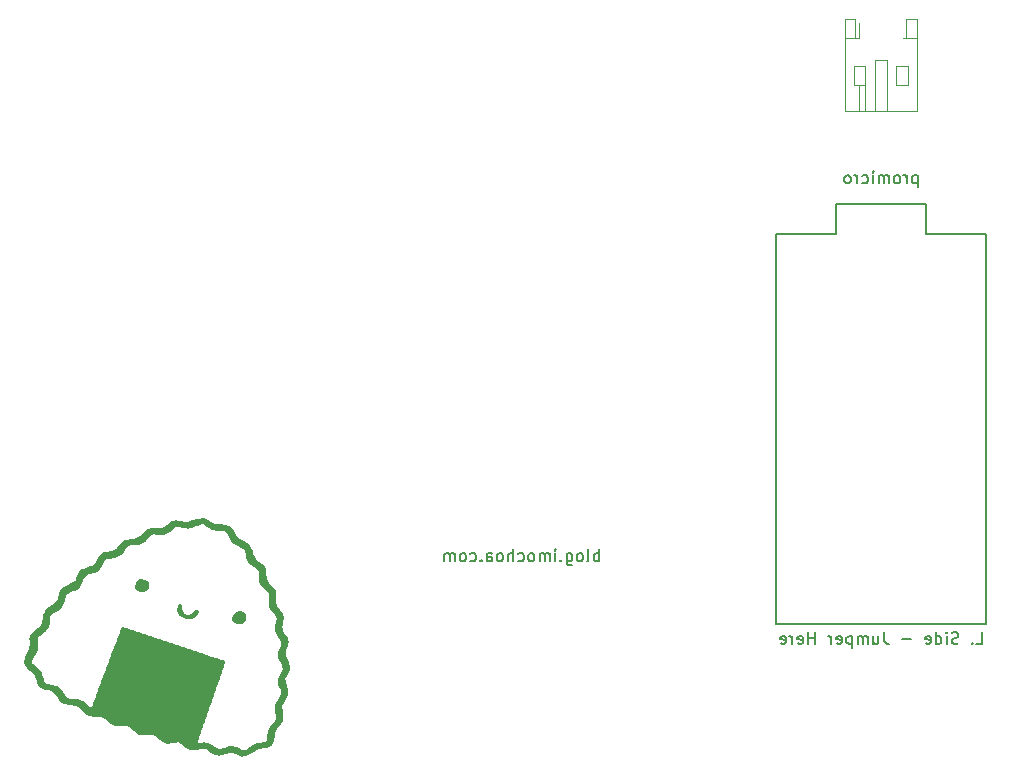
<source format=gbr>
%TF.GenerationSoftware,KiCad,Pcbnew,9.0.5*%
%TF.CreationDate,2025-10-18T21:30:00+02:00*%
%TF.ProjectId,shield-pcb,73686965-6c64-42d7-9063-622e6b696361,1.2*%
%TF.SameCoordinates,Original*%
%TF.FileFunction,Legend,Bot*%
%TF.FilePolarity,Positive*%
%FSLAX46Y46*%
G04 Gerber Fmt 4.6, Leading zero omitted, Abs format (unit mm)*
G04 Created by KiCad (PCBNEW 9.0.5) date 2025-10-18 21:30:00*
%MOMM*%
%LPD*%
G01*
G04 APERTURE LIST*
%ADD10C,0.150000*%
%ADD11C,0.000000*%
%ADD12C,0.120000*%
G04 APERTURE END LIST*
D10*
X216268592Y-144949425D02*
X216268592Y-143949425D01*
X216268592Y-144330377D02*
X216173354Y-144282758D01*
X216173354Y-144282758D02*
X215982878Y-144282758D01*
X215982878Y-144282758D02*
X215887640Y-144330377D01*
X215887640Y-144330377D02*
X215840021Y-144377996D01*
X215840021Y-144377996D02*
X215792402Y-144473234D01*
X215792402Y-144473234D02*
X215792402Y-144758948D01*
X215792402Y-144758948D02*
X215840021Y-144854186D01*
X215840021Y-144854186D02*
X215887640Y-144901806D01*
X215887640Y-144901806D02*
X215982878Y-144949425D01*
X215982878Y-144949425D02*
X216173354Y-144949425D01*
X216173354Y-144949425D02*
X216268592Y-144901806D01*
X215220973Y-144949425D02*
X215316211Y-144901806D01*
X215316211Y-144901806D02*
X215363830Y-144806567D01*
X215363830Y-144806567D02*
X215363830Y-143949425D01*
X214697163Y-144949425D02*
X214792401Y-144901806D01*
X214792401Y-144901806D02*
X214840020Y-144854186D01*
X214840020Y-144854186D02*
X214887639Y-144758948D01*
X214887639Y-144758948D02*
X214887639Y-144473234D01*
X214887639Y-144473234D02*
X214840020Y-144377996D01*
X214840020Y-144377996D02*
X214792401Y-144330377D01*
X214792401Y-144330377D02*
X214697163Y-144282758D01*
X214697163Y-144282758D02*
X214554306Y-144282758D01*
X214554306Y-144282758D02*
X214459068Y-144330377D01*
X214459068Y-144330377D02*
X214411449Y-144377996D01*
X214411449Y-144377996D02*
X214363830Y-144473234D01*
X214363830Y-144473234D02*
X214363830Y-144758948D01*
X214363830Y-144758948D02*
X214411449Y-144854186D01*
X214411449Y-144854186D02*
X214459068Y-144901806D01*
X214459068Y-144901806D02*
X214554306Y-144949425D01*
X214554306Y-144949425D02*
X214697163Y-144949425D01*
X213506687Y-144282758D02*
X213506687Y-145092282D01*
X213506687Y-145092282D02*
X213554306Y-145187520D01*
X213554306Y-145187520D02*
X213601925Y-145235139D01*
X213601925Y-145235139D02*
X213697163Y-145282758D01*
X213697163Y-145282758D02*
X213840020Y-145282758D01*
X213840020Y-145282758D02*
X213935258Y-145235139D01*
X213506687Y-144901806D02*
X213601925Y-144949425D01*
X213601925Y-144949425D02*
X213792401Y-144949425D01*
X213792401Y-144949425D02*
X213887639Y-144901806D01*
X213887639Y-144901806D02*
X213935258Y-144854186D01*
X213935258Y-144854186D02*
X213982877Y-144758948D01*
X213982877Y-144758948D02*
X213982877Y-144473234D01*
X213982877Y-144473234D02*
X213935258Y-144377996D01*
X213935258Y-144377996D02*
X213887639Y-144330377D01*
X213887639Y-144330377D02*
X213792401Y-144282758D01*
X213792401Y-144282758D02*
X213601925Y-144282758D01*
X213601925Y-144282758D02*
X213506687Y-144330377D01*
X213030496Y-144854186D02*
X212982877Y-144901806D01*
X212982877Y-144901806D02*
X213030496Y-144949425D01*
X213030496Y-144949425D02*
X213078115Y-144901806D01*
X213078115Y-144901806D02*
X213030496Y-144854186D01*
X213030496Y-144854186D02*
X213030496Y-144949425D01*
X212554306Y-144949425D02*
X212554306Y-144282758D01*
X212554306Y-143949425D02*
X212601925Y-143997044D01*
X212601925Y-143997044D02*
X212554306Y-144044663D01*
X212554306Y-144044663D02*
X212506687Y-143997044D01*
X212506687Y-143997044D02*
X212554306Y-143949425D01*
X212554306Y-143949425D02*
X212554306Y-144044663D01*
X212078116Y-144949425D02*
X212078116Y-144282758D01*
X212078116Y-144377996D02*
X212030497Y-144330377D01*
X212030497Y-144330377D02*
X211935259Y-144282758D01*
X211935259Y-144282758D02*
X211792402Y-144282758D01*
X211792402Y-144282758D02*
X211697164Y-144330377D01*
X211697164Y-144330377D02*
X211649545Y-144425615D01*
X211649545Y-144425615D02*
X211649545Y-144949425D01*
X211649545Y-144425615D02*
X211601926Y-144330377D01*
X211601926Y-144330377D02*
X211506688Y-144282758D01*
X211506688Y-144282758D02*
X211363831Y-144282758D01*
X211363831Y-144282758D02*
X211268592Y-144330377D01*
X211268592Y-144330377D02*
X211220973Y-144425615D01*
X211220973Y-144425615D02*
X211220973Y-144949425D01*
X210601926Y-144949425D02*
X210697164Y-144901806D01*
X210697164Y-144901806D02*
X210744783Y-144854186D01*
X210744783Y-144854186D02*
X210792402Y-144758948D01*
X210792402Y-144758948D02*
X210792402Y-144473234D01*
X210792402Y-144473234D02*
X210744783Y-144377996D01*
X210744783Y-144377996D02*
X210697164Y-144330377D01*
X210697164Y-144330377D02*
X210601926Y-144282758D01*
X210601926Y-144282758D02*
X210459069Y-144282758D01*
X210459069Y-144282758D02*
X210363831Y-144330377D01*
X210363831Y-144330377D02*
X210316212Y-144377996D01*
X210316212Y-144377996D02*
X210268593Y-144473234D01*
X210268593Y-144473234D02*
X210268593Y-144758948D01*
X210268593Y-144758948D02*
X210316212Y-144854186D01*
X210316212Y-144854186D02*
X210363831Y-144901806D01*
X210363831Y-144901806D02*
X210459069Y-144949425D01*
X210459069Y-144949425D02*
X210601926Y-144949425D01*
X209411450Y-144901806D02*
X209506688Y-144949425D01*
X209506688Y-144949425D02*
X209697164Y-144949425D01*
X209697164Y-144949425D02*
X209792402Y-144901806D01*
X209792402Y-144901806D02*
X209840021Y-144854186D01*
X209840021Y-144854186D02*
X209887640Y-144758948D01*
X209887640Y-144758948D02*
X209887640Y-144473234D01*
X209887640Y-144473234D02*
X209840021Y-144377996D01*
X209840021Y-144377996D02*
X209792402Y-144330377D01*
X209792402Y-144330377D02*
X209697164Y-144282758D01*
X209697164Y-144282758D02*
X209506688Y-144282758D01*
X209506688Y-144282758D02*
X209411450Y-144330377D01*
X208982878Y-144949425D02*
X208982878Y-143949425D01*
X208554307Y-144949425D02*
X208554307Y-144425615D01*
X208554307Y-144425615D02*
X208601926Y-144330377D01*
X208601926Y-144330377D02*
X208697164Y-144282758D01*
X208697164Y-144282758D02*
X208840021Y-144282758D01*
X208840021Y-144282758D02*
X208935259Y-144330377D01*
X208935259Y-144330377D02*
X208982878Y-144377996D01*
X207935259Y-144949425D02*
X208030497Y-144901806D01*
X208030497Y-144901806D02*
X208078116Y-144854186D01*
X208078116Y-144854186D02*
X208125735Y-144758948D01*
X208125735Y-144758948D02*
X208125735Y-144473234D01*
X208125735Y-144473234D02*
X208078116Y-144377996D01*
X208078116Y-144377996D02*
X208030497Y-144330377D01*
X208030497Y-144330377D02*
X207935259Y-144282758D01*
X207935259Y-144282758D02*
X207792402Y-144282758D01*
X207792402Y-144282758D02*
X207697164Y-144330377D01*
X207697164Y-144330377D02*
X207649545Y-144377996D01*
X207649545Y-144377996D02*
X207601926Y-144473234D01*
X207601926Y-144473234D02*
X207601926Y-144758948D01*
X207601926Y-144758948D02*
X207649545Y-144854186D01*
X207649545Y-144854186D02*
X207697164Y-144901806D01*
X207697164Y-144901806D02*
X207792402Y-144949425D01*
X207792402Y-144949425D02*
X207935259Y-144949425D01*
X206744783Y-144949425D02*
X206744783Y-144425615D01*
X206744783Y-144425615D02*
X206792402Y-144330377D01*
X206792402Y-144330377D02*
X206887640Y-144282758D01*
X206887640Y-144282758D02*
X207078116Y-144282758D01*
X207078116Y-144282758D02*
X207173354Y-144330377D01*
X206744783Y-144901806D02*
X206840021Y-144949425D01*
X206840021Y-144949425D02*
X207078116Y-144949425D01*
X207078116Y-144949425D02*
X207173354Y-144901806D01*
X207173354Y-144901806D02*
X207220973Y-144806567D01*
X207220973Y-144806567D02*
X207220973Y-144711329D01*
X207220973Y-144711329D02*
X207173354Y-144616091D01*
X207173354Y-144616091D02*
X207078116Y-144568472D01*
X207078116Y-144568472D02*
X206840021Y-144568472D01*
X206840021Y-144568472D02*
X206744783Y-144520853D01*
X206268592Y-144854186D02*
X206220973Y-144901806D01*
X206220973Y-144901806D02*
X206268592Y-144949425D01*
X206268592Y-144949425D02*
X206316211Y-144901806D01*
X206316211Y-144901806D02*
X206268592Y-144854186D01*
X206268592Y-144854186D02*
X206268592Y-144949425D01*
X205363831Y-144901806D02*
X205459069Y-144949425D01*
X205459069Y-144949425D02*
X205649545Y-144949425D01*
X205649545Y-144949425D02*
X205744783Y-144901806D01*
X205744783Y-144901806D02*
X205792402Y-144854186D01*
X205792402Y-144854186D02*
X205840021Y-144758948D01*
X205840021Y-144758948D02*
X205840021Y-144473234D01*
X205840021Y-144473234D02*
X205792402Y-144377996D01*
X205792402Y-144377996D02*
X205744783Y-144330377D01*
X205744783Y-144330377D02*
X205649545Y-144282758D01*
X205649545Y-144282758D02*
X205459069Y-144282758D01*
X205459069Y-144282758D02*
X205363831Y-144330377D01*
X204792402Y-144949425D02*
X204887640Y-144901806D01*
X204887640Y-144901806D02*
X204935259Y-144854186D01*
X204935259Y-144854186D02*
X204982878Y-144758948D01*
X204982878Y-144758948D02*
X204982878Y-144473234D01*
X204982878Y-144473234D02*
X204935259Y-144377996D01*
X204935259Y-144377996D02*
X204887640Y-144330377D01*
X204887640Y-144330377D02*
X204792402Y-144282758D01*
X204792402Y-144282758D02*
X204649545Y-144282758D01*
X204649545Y-144282758D02*
X204554307Y-144330377D01*
X204554307Y-144330377D02*
X204506688Y-144377996D01*
X204506688Y-144377996D02*
X204459069Y-144473234D01*
X204459069Y-144473234D02*
X204459069Y-144758948D01*
X204459069Y-144758948D02*
X204506688Y-144854186D01*
X204506688Y-144854186D02*
X204554307Y-144901806D01*
X204554307Y-144901806D02*
X204649545Y-144949425D01*
X204649545Y-144949425D02*
X204792402Y-144949425D01*
X204030497Y-144949425D02*
X204030497Y-144282758D01*
X204030497Y-144377996D02*
X203982878Y-144330377D01*
X203982878Y-144330377D02*
X203887640Y-144282758D01*
X203887640Y-144282758D02*
X203744783Y-144282758D01*
X203744783Y-144282758D02*
X203649545Y-144330377D01*
X203649545Y-144330377D02*
X203601926Y-144425615D01*
X203601926Y-144425615D02*
X203601926Y-144949425D01*
X203601926Y-144425615D02*
X203554307Y-144330377D01*
X203554307Y-144330377D02*
X203459069Y-144282758D01*
X203459069Y-144282758D02*
X203316212Y-144282758D01*
X203316212Y-144282758D02*
X203220973Y-144330377D01*
X203220973Y-144330377D02*
X203173354Y-144425615D01*
X203173354Y-144425615D02*
X203173354Y-144949425D01*
D11*
G36*
X182811341Y-141304908D02*
G01*
X182974606Y-141368995D01*
X183132020Y-141445009D01*
X183285541Y-141529025D01*
X183431847Y-141624490D01*
X183582393Y-141712760D01*
X183747370Y-141771261D01*
X183918913Y-141805130D01*
X184092920Y-141822407D01*
X184267535Y-141829133D01*
X184750272Y-142587872D01*
X184343577Y-141831247D01*
X184517974Y-141844888D01*
X184689492Y-141878011D01*
X184856155Y-141931379D01*
X185017005Y-141999406D01*
X185158104Y-142101720D01*
X185268721Y-142237767D01*
X185360832Y-142385804D01*
X185446671Y-142538835D01*
X185531302Y-142691717D01*
X185620323Y-142842489D01*
X185723383Y-142983551D01*
X185856761Y-143095817D01*
X186012041Y-143176801D01*
X186171669Y-143249028D01*
X186329835Y-143323682D01*
X186484593Y-143405000D01*
X186628929Y-143503846D01*
X186742959Y-143635477D01*
X186822732Y-143791083D01*
X186882846Y-143955359D01*
X186929103Y-144124208D01*
X186963228Y-144295520D01*
X187017349Y-144461825D01*
X187097011Y-144617327D01*
X187201981Y-144757090D01*
X187327848Y-144878387D01*
X187467210Y-144983737D01*
X187612444Y-145082452D01*
X187754501Y-145182218D01*
X187879909Y-145305014D01*
X187988068Y-145441420D01*
X188043910Y-145606274D01*
X188068984Y-145779829D01*
X188085789Y-145953999D01*
X188100174Y-146128452D01*
X188113883Y-146302994D01*
X188140539Y-146475345D01*
X188203913Y-146638339D01*
X188305721Y-146780241D01*
X188427890Y-146905101D01*
X188558430Y-147022034D01*
X188685686Y-147141707D01*
X188801052Y-147273181D01*
X188887649Y-147424432D01*
X188929559Y-147594253D01*
X188935755Y-147768818D01*
X188924631Y-147943292D01*
X188907844Y-148117960D01*
X188898788Y-148292459D01*
X188908371Y-148466681D01*
X188952426Y-148635967D01*
X189034924Y-148790197D01*
X189140239Y-148929312D01*
X189255102Y-149061445D01*
X189366051Y-149196736D01*
X189469631Y-149337834D01*
X189532614Y-149500222D01*
X189556403Y-149673725D01*
X189554578Y-149848383D01*
X189534604Y-150022135D01*
X189500925Y-150193606D01*
X189468021Y-150365995D01*
X189452123Y-150540145D01*
X189472421Y-150713166D01*
X189536613Y-150875821D01*
X189625684Y-151026092D01*
X189722852Y-151171569D01*
X189816067Y-151319410D01*
X189898538Y-151474040D01*
X189955682Y-151638726D01*
X189969724Y-151812687D01*
X189942783Y-151985655D01*
X189893957Y-152153577D01*
X189835949Y-152318914D01*
X189779606Y-152484203D01*
X189734249Y-152653107D01*
X189715816Y-152826676D01*
X189745858Y-152998330D01*
X189816935Y-153158355D01*
X189898761Y-153313072D01*
X189968456Y-153473785D01*
X190027004Y-153638199D01*
X190073584Y-153807270D01*
X190094290Y-153980118D01*
X190058049Y-154151252D01*
X190001389Y-154316509D01*
X189933319Y-154477955D01*
X189856126Y-154634653D01*
X189774703Y-154789769D01*
X189707771Y-154950790D01*
X189722484Y-155122572D01*
X189768725Y-155291296D01*
X189821638Y-155458057D01*
X189874978Y-155624814D01*
X189921095Y-155793877D01*
X189951102Y-155965912D01*
X189950785Y-156140517D01*
X189910826Y-156310913D01*
X189841091Y-156470878D01*
X189755632Y-156623620D01*
X189663203Y-156772071D01*
X189567647Y-156918912D01*
X189480781Y-157070393D01*
X189432826Y-157238098D01*
X189438362Y-157412720D01*
X189464178Y-157585590D01*
X189494054Y-157757920D01*
X189521248Y-157930828D01*
X189539824Y-158105110D01*
X189538235Y-158279550D01*
X189497851Y-158449265D01*
X189414111Y-158602818D01*
X189306348Y-158740379D01*
X189189316Y-158870089D01*
X189070016Y-158998263D01*
X188958908Y-159133203D01*
X188871496Y-159284308D01*
X188823396Y-159452461D01*
X188802078Y-159626342D01*
X188788822Y-159800561D01*
X188765377Y-159973864D01*
X188728485Y-160145311D01*
X188676179Y-160311822D01*
X188600572Y-160469245D01*
X188478509Y-160592723D01*
X188323184Y-160673430D01*
X188157136Y-160726931D01*
X187986140Y-160763801D01*
X187812656Y-160789933D01*
X187639459Y-160813335D01*
X187466960Y-160844066D01*
X187303679Y-160904962D01*
X187156368Y-160999009D01*
X187014367Y-161101580D01*
X186872393Y-161203248D01*
X186726325Y-161299544D01*
X186572842Y-161383942D01*
X186408808Y-161445046D01*
X186237238Y-161476873D01*
X186062759Y-161485174D01*
X185893778Y-161441606D01*
X185731122Y-161376267D01*
X185570043Y-161307691D01*
X185408829Y-161240777D01*
X185243364Y-161183628D01*
X185070266Y-161162275D01*
X184897791Y-161188479D01*
X184728483Y-161234197D01*
X184560819Y-161283851D01*
X184392589Y-161330528D01*
X184222219Y-161371851D01*
X184049886Y-161402698D01*
X183876482Y-161394747D01*
X183716428Y-161324484D01*
X183562295Y-161242075D01*
X183410874Y-161154355D01*
X183261693Y-161063404D01*
X183115075Y-160967773D01*
X182964548Y-160878201D01*
X182800799Y-160819155D01*
X182626475Y-160820744D01*
X182455014Y-160855369D01*
X182284796Y-160896747D01*
X182114430Y-160936074D01*
X181942249Y-160967455D01*
X181767959Y-160971913D01*
X181600418Y-160923721D01*
X181442900Y-160847323D01*
X181296203Y-160751429D01*
X181158705Y-160643358D01*
X181028077Y-160527509D01*
X180893579Y-160415735D01*
X180743237Y-160326227D01*
X180573894Y-160287694D01*
X180398943Y-160297172D01*
X180227208Y-160327760D01*
X180055391Y-160363697D01*
X179882321Y-160388718D01*
X179707866Y-160391194D01*
X179536500Y-160358416D01*
X179376309Y-160288576D01*
X179229302Y-160193392D01*
X179092338Y-160084894D01*
X178960709Y-159969012D01*
X178828843Y-159853744D01*
X178690238Y-159747499D01*
X178534877Y-159670859D01*
X178360279Y-159660987D01*
X178185429Y-159667803D01*
X178011431Y-159682714D01*
X177836673Y-159693984D01*
X177661564Y-159696762D01*
X177487177Y-159682802D01*
X177322886Y-159623827D01*
X177171298Y-159537540D01*
X177028671Y-159435986D01*
X176894051Y-159324050D01*
X176766887Y-159204068D01*
X176639854Y-159083547D01*
X176494316Y-158987633D01*
X176327932Y-158935719D01*
X176153319Y-158922341D01*
X175978771Y-158928503D01*
X175803720Y-158934602D01*
X175628730Y-158929321D01*
X175454953Y-158911106D01*
X175283644Y-158876417D01*
X175119161Y-158817108D01*
X174975043Y-158718150D01*
X174841507Y-158605301D01*
X174713719Y-158485133D01*
X174583330Y-158369307D01*
X174434833Y-158277103D01*
X174272905Y-158211178D01*
X174107107Y-158154358D01*
X173936028Y-158117876D01*
X173761462Y-158112419D01*
X173586397Y-158116804D01*
X173411600Y-158109038D01*
X173238611Y-158086409D01*
X173069001Y-158043478D01*
X172911604Y-157968956D01*
X172782178Y-157851073D01*
X172661823Y-157724469D01*
X172542627Y-157595939D01*
X172422132Y-157469491D01*
X172288701Y-157356391D01*
X172130769Y-157281717D01*
X171965769Y-157223311D01*
X171797768Y-157174788D01*
X171626145Y-157142098D01*
X171451983Y-157125931D01*
X171277570Y-157107101D01*
X171106549Y-157071949D01*
X170940624Y-157015713D01*
X170787613Y-156932223D01*
X170661768Y-156811709D01*
X170556319Y-156671771D01*
X170458715Y-156526562D01*
X170363634Y-156379884D01*
X170263509Y-156236300D01*
X170149325Y-156103832D01*
X170006302Y-156004007D01*
X169844014Y-155939766D01*
X169676361Y-155889346D01*
X169506410Y-155846344D01*
X169334899Y-155812221D01*
X169165211Y-155771530D01*
X169006122Y-155698891D01*
X168877596Y-155582015D01*
X168782587Y-155435370D01*
X168708680Y-155276657D01*
X168645878Y-155113173D01*
X168589099Y-154947925D01*
X168535340Y-154780990D01*
X168470387Y-154619420D01*
X168364815Y-154479869D01*
X168240581Y-154356773D01*
X168108738Y-154241696D01*
X167978778Y-154124399D01*
X167858901Y-153997265D01*
X167750460Y-153860347D01*
X167656727Y-153712316D01*
X167587203Y-153552138D01*
X167580355Y-153379373D01*
X167587433Y-153355595D01*
X168229094Y-153355595D01*
X168230679Y-153523615D01*
X168358047Y-153643370D01*
X168491116Y-153757400D01*
X168625348Y-153869524D01*
X168757102Y-153985117D01*
X168880735Y-154108430D01*
X168989270Y-154245427D01*
X169075034Y-154398176D01*
X169138512Y-154561031D01*
X169187879Y-154728897D01*
X169229944Y-154898637D01*
X169286431Y-155063749D01*
X169379668Y-155211122D01*
X169508999Y-155326404D01*
X169677676Y-155370777D01*
X169849826Y-155402323D01*
X170021565Y-155437693D01*
X170191195Y-155481219D01*
X170356068Y-155538489D01*
X170511914Y-155617336D01*
X170651573Y-155722824D01*
X170770804Y-155850258D01*
X170874591Y-155991891D01*
X170968977Y-156138634D01*
X171066397Y-156284373D01*
X171172350Y-156423443D01*
X171301123Y-156541326D01*
X171467757Y-156587649D01*
X171642298Y-156600676D01*
X171817155Y-156605267D01*
X171991477Y-156613281D01*
X172164801Y-156638517D01*
X172333004Y-156686288D01*
X172497498Y-156745974D01*
X172652972Y-156825567D01*
X172786278Y-156938595D01*
X172906134Y-157065772D01*
X173022308Y-157196944D01*
X173137483Y-157328453D01*
X173253561Y-157411026D01*
X173317200Y-157248277D01*
X173379758Y-157084664D01*
X173441903Y-156921049D01*
X173503933Y-156757144D01*
X173565649Y-156593677D01*
X173627515Y-156429529D01*
X173689143Y-156265794D01*
X173750534Y-156102512D01*
X173812165Y-155938446D01*
X173873716Y-155774466D01*
X173935129Y-155610747D01*
X173996617Y-155446734D01*
X174057909Y-155283157D01*
X174119343Y-155119124D01*
X174180728Y-154955152D01*
X174242089Y-154791181D01*
X174303152Y-154627140D01*
X174364082Y-154463367D01*
X174425206Y-154299231D01*
X174486381Y-154135110D01*
X174547459Y-153971395D01*
X174608673Y-153807456D01*
X174670038Y-153643254D01*
X174731171Y-153479815D01*
X174792601Y-153315720D01*
X174854062Y-153151687D01*
X174915431Y-152988047D01*
X174976865Y-152824385D01*
X175038404Y-152660606D01*
X175100244Y-152496205D01*
X175161891Y-152332514D01*
X175223440Y-152169311D01*
X175285387Y-152005339D01*
X175347398Y-151841575D01*
X175409494Y-151678189D01*
X175472260Y-151514455D01*
X175535390Y-151351422D01*
X175598502Y-151188140D01*
X175661525Y-151024994D01*
X175724594Y-150861907D01*
X175787915Y-150698548D01*
X175847808Y-150533993D01*
X175975616Y-150510828D01*
X176141525Y-150566608D01*
X176307207Y-150622311D01*
X176473324Y-150678161D01*
X176638872Y-150733820D01*
X176804999Y-150789673D01*
X176970473Y-150845755D01*
X177136521Y-150902045D01*
X177301844Y-150958091D01*
X177468081Y-151014449D01*
X177633395Y-151070494D01*
X177799437Y-151126786D01*
X177965130Y-151182955D01*
X178130749Y-151239092D01*
X178296518Y-151295267D01*
X178462064Y-151351346D01*
X178627938Y-151407505D01*
X178793731Y-151463584D01*
X178959790Y-151519669D01*
X179125224Y-151575410D01*
X179291571Y-151631246D01*
X179457446Y-151686607D01*
X179623564Y-151741649D01*
X179790005Y-151796402D01*
X179956049Y-151851263D01*
X180121955Y-151906389D01*
X180288143Y-151961767D01*
X180454129Y-152017177D01*
X180619737Y-152072532D01*
X180785616Y-152128033D01*
X180952047Y-152183763D01*
X181117657Y-152239256D01*
X181283744Y-152294941D01*
X181449486Y-152350539D01*
X181615308Y-152406191D01*
X181781163Y-152462046D01*
X181946884Y-152518258D01*
X182112875Y-152574312D01*
X182278836Y-152630141D01*
X182444611Y-152685719D01*
X182610688Y-152741230D01*
X182776865Y-152796619D01*
X182942746Y-152851765D01*
X183108740Y-152906812D01*
X183275106Y-152961848D01*
X183441451Y-153016740D01*
X183607269Y-153071313D01*
X183773831Y-153125958D01*
X183939990Y-153179921D01*
X184106859Y-153233829D01*
X184272967Y-153289140D01*
X184438157Y-153346454D01*
X184601177Y-153408751D01*
X184593431Y-153560193D01*
X184539115Y-153726379D01*
X184483556Y-153892580D01*
X184427601Y-154058143D01*
X184371156Y-154224002D01*
X184314517Y-154389609D01*
X184257712Y-154555068D01*
X184200718Y-154720567D01*
X184143715Y-154885660D01*
X184086421Y-155051220D01*
X184028958Y-155216936D01*
X183971671Y-155381846D01*
X183914102Y-155547290D01*
X183856278Y-155712686D01*
X183798452Y-155877191D01*
X183740365Y-156042506D01*
X183682262Y-156207940D01*
X183624409Y-156372735D01*
X183566409Y-156538029D01*
X183508525Y-156703079D01*
X183450587Y-156868381D01*
X183392858Y-157033196D01*
X183335008Y-157198486D01*
X183277207Y-157363800D01*
X183219403Y-157529345D01*
X183162002Y-157694068D01*
X183104564Y-157859543D01*
X183048925Y-158025596D01*
X182992839Y-158191247D01*
X182934931Y-158356693D01*
X182876567Y-158521759D01*
X182818172Y-158686069D01*
X182759220Y-158851457D01*
X182700579Y-159015689D01*
X182641564Y-159180817D01*
X182582913Y-159345861D01*
X182524532Y-159510940D01*
X182466693Y-159675883D01*
X182409761Y-159841019D01*
X182354537Y-160007544D01*
X182305579Y-160175131D01*
X182316370Y-160343310D01*
X182480241Y-160339767D01*
X182653238Y-160312405D01*
X182827009Y-160295134D01*
X183001737Y-160303673D01*
X183171020Y-160347287D01*
X183330168Y-160419022D01*
X183480910Y-160507913D01*
X183625676Y-160606127D01*
X183768384Y-160707605D01*
X183915504Y-160802686D01*
X184071565Y-160880985D01*
X184242588Y-160850641D01*
X184409517Y-160797296D01*
X184573314Y-160736406D01*
X184737893Y-160677634D01*
X184906628Y-160631258D01*
X185080097Y-160607491D01*
X185254472Y-160615370D01*
X185425251Y-160653189D01*
X185590367Y-160711060D01*
X185750916Y-160780159D01*
X185909098Y-160855519D01*
X186067528Y-160929154D01*
X186237671Y-160962420D01*
X186398916Y-160899213D01*
X186541800Y-160798115D01*
X186679439Y-160689848D01*
X186818086Y-160583113D01*
X186960977Y-160482094D01*
X187113784Y-160397939D01*
X187283643Y-160356269D01*
X187456222Y-160326887D01*
X187629481Y-160304920D01*
X187803475Y-160285676D01*
X187976819Y-160260377D01*
X188120398Y-160173371D01*
X188169826Y-160006364D01*
X188184502Y-159832188D01*
X188186150Y-159657552D01*
X188199984Y-159483125D01*
X188234909Y-159311763D01*
X188296480Y-159147727D01*
X188383176Y-158995957D01*
X188488297Y-158856370D01*
X188604949Y-158726224D01*
X188727648Y-158601530D01*
X188846997Y-158473375D01*
X188937106Y-158324562D01*
X188944445Y-158151488D01*
X188908471Y-157980008D01*
X188865631Y-157810401D01*
X188827200Y-157639759D01*
X188799096Y-157467201D01*
X188789822Y-157292596D01*
X188810862Y-157119343D01*
X188867777Y-156954193D01*
X188952623Y-156801250D01*
X189053591Y-156657988D01*
X189161908Y-156520343D01*
X189266193Y-156379969D01*
X189342096Y-156223173D01*
X189342136Y-156049659D01*
X189293382Y-155882218D01*
X189231222Y-155718306D01*
X189167236Y-155555772D01*
X189111210Y-155389489D01*
X189074530Y-155218778D01*
X189071476Y-155043882D01*
X189107126Y-154873216D01*
X189169916Y-154710161D01*
X189247123Y-154552789D01*
X189330140Y-154398958D01*
X189409349Y-154242508D01*
X189478552Y-154082373D01*
X189456605Y-153914024D01*
X189391454Y-153751687D01*
X189319660Y-153591675D01*
X189243975Y-153434196D01*
X189169160Y-153275842D01*
X189102137Y-153113926D01*
X189067738Y-152943327D01*
X189076352Y-152768952D01*
X189110411Y-152597439D01*
X189170593Y-152433001D01*
X189240953Y-152272661D01*
X189306960Y-152110933D01*
X189350086Y-151941359D01*
X189328829Y-151769405D01*
X189248833Y-151614382D01*
X189149876Y-151469637D01*
X189049433Y-151326439D01*
X188956361Y-151178790D01*
X188875102Y-151023474D01*
X188815994Y-150859123D01*
X188797354Y-150685767D01*
X188821087Y-150512370D01*
X188854833Y-150340535D01*
X188896011Y-150170594D01*
X188936727Y-150000444D01*
X188958999Y-149827060D01*
X188925551Y-149656714D01*
X188833365Y-149509003D01*
X188720744Y-149374476D01*
X188605241Y-149242936D01*
X188492718Y-149109299D01*
X188385517Y-148970768D01*
X188315359Y-148811949D01*
X188286664Y-148639635D01*
X188282440Y-148464534D01*
X188295309Y-148289934D01*
X188319920Y-148116720D01*
X188340025Y-147942862D01*
X188343427Y-147768623D01*
X188276608Y-147607883D01*
X188165682Y-147472799D01*
X188035918Y-147355429D01*
X187900398Y-147245609D01*
X187773825Y-147124050D01*
X187661258Y-146990126D01*
X187567656Y-146842732D01*
X187503615Y-146680341D01*
X187482236Y-146506976D01*
X187474286Y-146332256D01*
X187474389Y-146157382D01*
X187472155Y-145982478D01*
X187442655Y-145810594D01*
X187352236Y-145661922D01*
X187221187Y-145546143D01*
X187078546Y-145444430D01*
X186934530Y-145345601D01*
X186793971Y-145241451D01*
X186658108Y-145130663D01*
X186542547Y-145000748D01*
X186463761Y-144845018D01*
X186410011Y-144678318D01*
X186374676Y-144506655D01*
X186351164Y-144333282D01*
X186314065Y-144162978D01*
X186253285Y-143999212D01*
X186134681Y-143873478D01*
X185980345Y-143791481D01*
X185822063Y-143717379D01*
X185662276Y-143644447D01*
X185504130Y-143570036D01*
X185350644Y-143486267D01*
X185213113Y-143378247D01*
X185105059Y-143241503D01*
X185017184Y-143090454D01*
X184936624Y-142934565D01*
X184757443Y-142601212D01*
X184703067Y-142518449D01*
X184560801Y-142420233D01*
X184388779Y-142390267D01*
X184214469Y-142384448D01*
X184039357Y-142382886D01*
X183864372Y-142373562D01*
X183691919Y-142347434D01*
X183524800Y-142294905D01*
X183368988Y-142215202D01*
X183224205Y-142117845D01*
X183082890Y-142014322D01*
X182938208Y-141915845D01*
X182787813Y-141826789D01*
X182633266Y-141775256D01*
X182475371Y-141850815D01*
X182317411Y-141926405D01*
X182159354Y-142001591D01*
X181999213Y-142072464D01*
X181835356Y-142133413D01*
X181665680Y-142175941D01*
X181491839Y-142190809D01*
X181317350Y-142177873D01*
X181145452Y-142146145D01*
X180975538Y-142104369D01*
X180806240Y-142059536D01*
X180634835Y-142024851D01*
X180461788Y-142035961D01*
X180309251Y-142120567D01*
X180175001Y-142232912D01*
X180044445Y-142349077D01*
X179905863Y-142455691D01*
X179759552Y-142552474D01*
X179605284Y-142634827D01*
X179439842Y-142691047D01*
X179266563Y-142713110D01*
X179091671Y-142713100D01*
X178916878Y-142703546D01*
X178742811Y-142689961D01*
X178568276Y-142677790D01*
X178397935Y-142712913D01*
X178250944Y-142807148D01*
X178126698Y-142929962D01*
X178013984Y-143064090D01*
X177900729Y-143197540D01*
X177779057Y-143323287D01*
X177643038Y-143432277D01*
X177487908Y-143513318D01*
X177320266Y-143562055D01*
X177146945Y-143587859D01*
X176972401Y-143600804D01*
X176797626Y-143607240D01*
X176623040Y-143614208D01*
X176450086Y-143640573D01*
X176301349Y-143728209D01*
X176193089Y-143865760D01*
X176098330Y-144012806D01*
X176000373Y-144157682D01*
X175893403Y-144296158D01*
X175772459Y-144422007D01*
X175632475Y-144527216D01*
X175475974Y-144604901D01*
X175309727Y-144658080D01*
X175138252Y-144694973D01*
X174965822Y-144722088D01*
X174793028Y-144749969D01*
X174621678Y-144786994D01*
X174463881Y-144855341D01*
X174368119Y-145001333D01*
X174284635Y-145155436D01*
X174206981Y-145312379D01*
X174123531Y-145465579D01*
X174026125Y-145611295D01*
X173908454Y-145740236D01*
X173767678Y-145844302D01*
X173611444Y-145921819D01*
X173446659Y-145980531D01*
X173277915Y-146027832D01*
X173108014Y-146068782D01*
X172938713Y-146113507D01*
X172784057Y-146192425D01*
X172679925Y-146332225D01*
X172607167Y-146491065D01*
X172541163Y-146653278D01*
X172474658Y-146815027D01*
X172400455Y-146973702D01*
X172311235Y-147124116D01*
X172197729Y-147256500D01*
X172058212Y-147361828D01*
X171902928Y-147442728D01*
X171741341Y-147508982D01*
X171576914Y-147568389D01*
X171414747Y-147634120D01*
X171259894Y-147715713D01*
X171139722Y-147840581D01*
X171088709Y-148007540D01*
X171053299Y-148179122D01*
X171017000Y-148350147D01*
X170970957Y-148519148D01*
X170907524Y-148681502D01*
X170816906Y-148831248D01*
X170698207Y-148959067D01*
X170559550Y-149066088D01*
X170410708Y-149158599D01*
X170257303Y-149242628D01*
X170103302Y-149325587D01*
X169951400Y-149412586D01*
X169831357Y-149533538D01*
X169790986Y-149703236D01*
X169772008Y-149876981D01*
X169761483Y-150052089D01*
X169744540Y-150226217D01*
X169707999Y-150397142D01*
X169648326Y-150561552D01*
X169560889Y-150712392D01*
X169442462Y-150840689D01*
X169309908Y-150954870D01*
X169172802Y-151063354D01*
X169032013Y-151167882D01*
X168893839Y-151275209D01*
X168774245Y-151402030D01*
X168723029Y-151567356D01*
X168725538Y-151742244D01*
X168740810Y-151916558D01*
X168756858Y-152091055D01*
X168759767Y-152265821D01*
X168724452Y-152436517D01*
X168666206Y-152601264D01*
X168595379Y-152761721D01*
X168508577Y-152913429D01*
X168406429Y-153055387D01*
X168306960Y-153199648D01*
X168229094Y-153355595D01*
X167587433Y-153355595D01*
X167630254Y-153211732D01*
X167688831Y-153046821D01*
X167750162Y-152883563D01*
X167815780Y-152720730D01*
X167885478Y-152560456D01*
X167964443Y-152404385D01*
X168034363Y-152244092D01*
X168080878Y-152075853D01*
X168095448Y-151901291D01*
X168063152Y-151730331D01*
X168026472Y-151560532D01*
X168058245Y-151388896D01*
X168118768Y-151224942D01*
X168210152Y-151076165D01*
X168327091Y-150945991D01*
X168457976Y-150829746D01*
X168595475Y-150721840D01*
X168732242Y-150613003D01*
X168860893Y-150494025D01*
X168974031Y-150360497D01*
X169062964Y-150210039D01*
X169123841Y-150046040D01*
X169161298Y-149875381D01*
X169183462Y-149701862D01*
X169197538Y-149527826D01*
X169228256Y-149355899D01*
X169318129Y-149207997D01*
X169389441Y-149048067D01*
X169507508Y-148920635D01*
X169656750Y-148829392D01*
X169811350Y-148747731D01*
X169964916Y-148664423D01*
X170110510Y-148567770D01*
X170224069Y-148435052D01*
X170316304Y-148286280D01*
X170421522Y-148146842D01*
X170490509Y-147992267D01*
X170523449Y-147820233D01*
X170578215Y-147654363D01*
X170647966Y-147494153D01*
X170729093Y-147338854D01*
X170818887Y-147188842D01*
X170958971Y-147091588D01*
X171127334Y-147045576D01*
X171292873Y-146991059D01*
X171383443Y-146844877D01*
X171530542Y-146771061D01*
X171694904Y-146711040D01*
X171857892Y-146647337D01*
X171943185Y-146502513D01*
X172013586Y-146342199D01*
X172084434Y-146182488D01*
X172162264Y-146025846D01*
X172248197Y-145872951D01*
X172349733Y-145731156D01*
X172487418Y-145625265D01*
X172651613Y-145565738D01*
X172818665Y-145513264D01*
X172982728Y-145453159D01*
X173145249Y-145387036D01*
X173304016Y-145314148D01*
X173459435Y-145233666D01*
X173596074Y-145126141D01*
X173684024Y-144975254D01*
X173772023Y-144823705D01*
X173866037Y-144676418D01*
X173963685Y-144530846D01*
X174059035Y-144384543D01*
X174159450Y-144241291D01*
X174324896Y-144192777D01*
X174497906Y-144165618D01*
X174671079Y-144142133D01*
X174844683Y-144118937D01*
X175016984Y-144088459D01*
X175184162Y-144037963D01*
X175332356Y-143945999D01*
X175450775Y-143817295D01*
X175555199Y-143676894D01*
X175664093Y-143539981D01*
X175780081Y-143409122D01*
X175905315Y-143287130D01*
X176048606Y-143188173D01*
X176218301Y-143143857D01*
X176389615Y-143110913D01*
X176562281Y-143083052D01*
X176735603Y-143056843D01*
X176908045Y-143025869D01*
X177078959Y-142988950D01*
X177244935Y-142935091D01*
X177388454Y-142835204D01*
X177521392Y-142722017D01*
X177648399Y-142601006D01*
X177767091Y-142472871D01*
X177871968Y-142332482D01*
X178016094Y-142238397D01*
X178186176Y-142196459D01*
X178358658Y-142169509D01*
X178533073Y-142152342D01*
X178707995Y-142145273D01*
X178882933Y-142150775D01*
X179057569Y-142151508D01*
X179230956Y-142127964D01*
X179392511Y-142063019D01*
X179544448Y-141975097D01*
X179684887Y-141871579D01*
X179816599Y-141755833D01*
X179958885Y-141654618D01*
X180112706Y-141572060D01*
X180277385Y-141511925D01*
X180450524Y-141494527D01*
X180624444Y-141512702D01*
X180797627Y-141539955D01*
X180969139Y-141573785D01*
X181137951Y-141617770D01*
X181305855Y-141666113D01*
X181479036Y-141654802D01*
X181631896Y-141571658D01*
X181786757Y-141490083D01*
X181957373Y-141452642D01*
X182123527Y-141397727D01*
X182293245Y-141362391D01*
X182466257Y-141336760D01*
X182638130Y-141303719D01*
X182811341Y-141304908D01*
G37*
G36*
X185945944Y-149193455D02*
G01*
X186112041Y-149246329D01*
X186251489Y-149350434D01*
X186351766Y-149493554D01*
X186410416Y-149657678D01*
X186410669Y-149831811D01*
X186348057Y-149994406D01*
X186239510Y-150130643D01*
X186097749Y-150231912D01*
X185932894Y-150290319D01*
X185759512Y-150303774D01*
X185586918Y-150274230D01*
X185429310Y-150200812D01*
X185307116Y-150077188D01*
X185221192Y-149925011D01*
X185191339Y-149753815D01*
X185229450Y-149583767D01*
X185310977Y-149429439D01*
X185435654Y-149308279D01*
X185592509Y-149231254D01*
X185762683Y-149193100D01*
X185945944Y-149193455D01*
G37*
G36*
X177864117Y-146499914D02*
G01*
X178015860Y-146586047D01*
X178127891Y-146720054D01*
X178187475Y-146882769D01*
X178179685Y-147057065D01*
X178129369Y-147224261D01*
X178026867Y-147364541D01*
X177887672Y-147469532D01*
X177725384Y-147532604D01*
X177551309Y-147550067D01*
X177379255Y-147522703D01*
X177219462Y-147451397D01*
X177087431Y-147338527D01*
X176997666Y-147188716D01*
X176975521Y-147017681D01*
X177021549Y-146848783D01*
X177089776Y-146687726D01*
X177212213Y-146566301D01*
X177367889Y-146485963D01*
X177864117Y-146499914D01*
G37*
G36*
X180957478Y-148673743D02*
G01*
X180976169Y-148845303D01*
X180966902Y-149019207D01*
X181019200Y-149185155D01*
X181118510Y-149329218D01*
X181246244Y-149448159D01*
X181409071Y-149506007D01*
X181583314Y-149509118D01*
X181748819Y-149455345D01*
X181880827Y-149342078D01*
X181982449Y-149199483D01*
X182103977Y-149075486D01*
X182308566Y-149088902D01*
X182381655Y-149232643D01*
X182309332Y-149390789D01*
X182202080Y-149528937D01*
X182076489Y-149650366D01*
X181933504Y-149751091D01*
X181772838Y-149819817D01*
X181604124Y-149865705D01*
X181429727Y-149870680D01*
X181259223Y-149833841D01*
X181093993Y-149776274D01*
X180934363Y-149703618D01*
X180790493Y-149605570D01*
X180675955Y-149473441D01*
X180595271Y-149318694D01*
X180549627Y-149150202D01*
X180541867Y-148975658D01*
X180571516Y-148803571D01*
X180653892Y-148651182D01*
X180813815Y-148592531D01*
X180957478Y-148673743D01*
G37*
D10*
X243226828Y-112282752D02*
X243226828Y-113282752D01*
X243226828Y-112330371D02*
X243131590Y-112282752D01*
X243131590Y-112282752D02*
X242941114Y-112282752D01*
X242941114Y-112282752D02*
X242845876Y-112330371D01*
X242845876Y-112330371D02*
X242798257Y-112377990D01*
X242798257Y-112377990D02*
X242750638Y-112473228D01*
X242750638Y-112473228D02*
X242750638Y-112758942D01*
X242750638Y-112758942D02*
X242798257Y-112854180D01*
X242798257Y-112854180D02*
X242845876Y-112901800D01*
X242845876Y-112901800D02*
X242941114Y-112949419D01*
X242941114Y-112949419D02*
X243131590Y-112949419D01*
X243131590Y-112949419D02*
X243226828Y-112901800D01*
X242322066Y-112949419D02*
X242322066Y-112282752D01*
X242322066Y-112473228D02*
X242274447Y-112377990D01*
X242274447Y-112377990D02*
X242226828Y-112330371D01*
X242226828Y-112330371D02*
X242131590Y-112282752D01*
X242131590Y-112282752D02*
X242036352Y-112282752D01*
X241560161Y-112949419D02*
X241655399Y-112901800D01*
X241655399Y-112901800D02*
X241703018Y-112854180D01*
X241703018Y-112854180D02*
X241750637Y-112758942D01*
X241750637Y-112758942D02*
X241750637Y-112473228D01*
X241750637Y-112473228D02*
X241703018Y-112377990D01*
X241703018Y-112377990D02*
X241655399Y-112330371D01*
X241655399Y-112330371D02*
X241560161Y-112282752D01*
X241560161Y-112282752D02*
X241417304Y-112282752D01*
X241417304Y-112282752D02*
X241322066Y-112330371D01*
X241322066Y-112330371D02*
X241274447Y-112377990D01*
X241274447Y-112377990D02*
X241226828Y-112473228D01*
X241226828Y-112473228D02*
X241226828Y-112758942D01*
X241226828Y-112758942D02*
X241274447Y-112854180D01*
X241274447Y-112854180D02*
X241322066Y-112901800D01*
X241322066Y-112901800D02*
X241417304Y-112949419D01*
X241417304Y-112949419D02*
X241560161Y-112949419D01*
X240798256Y-112949419D02*
X240798256Y-112282752D01*
X240798256Y-112377990D02*
X240750637Y-112330371D01*
X240750637Y-112330371D02*
X240655399Y-112282752D01*
X240655399Y-112282752D02*
X240512542Y-112282752D01*
X240512542Y-112282752D02*
X240417304Y-112330371D01*
X240417304Y-112330371D02*
X240369685Y-112425609D01*
X240369685Y-112425609D02*
X240369685Y-112949419D01*
X240369685Y-112425609D02*
X240322066Y-112330371D01*
X240322066Y-112330371D02*
X240226828Y-112282752D01*
X240226828Y-112282752D02*
X240083971Y-112282752D01*
X240083971Y-112282752D02*
X239988732Y-112330371D01*
X239988732Y-112330371D02*
X239941113Y-112425609D01*
X239941113Y-112425609D02*
X239941113Y-112949419D01*
X239464923Y-112949419D02*
X239464923Y-112282752D01*
X239464923Y-111949419D02*
X239512542Y-111997038D01*
X239512542Y-111997038D02*
X239464923Y-112044657D01*
X239464923Y-112044657D02*
X239417304Y-111997038D01*
X239417304Y-111997038D02*
X239464923Y-111949419D01*
X239464923Y-111949419D02*
X239464923Y-112044657D01*
X238560162Y-112901800D02*
X238655400Y-112949419D01*
X238655400Y-112949419D02*
X238845876Y-112949419D01*
X238845876Y-112949419D02*
X238941114Y-112901800D01*
X238941114Y-112901800D02*
X238988733Y-112854180D01*
X238988733Y-112854180D02*
X239036352Y-112758942D01*
X239036352Y-112758942D02*
X239036352Y-112473228D01*
X239036352Y-112473228D02*
X238988733Y-112377990D01*
X238988733Y-112377990D02*
X238941114Y-112330371D01*
X238941114Y-112330371D02*
X238845876Y-112282752D01*
X238845876Y-112282752D02*
X238655400Y-112282752D01*
X238655400Y-112282752D02*
X238560162Y-112330371D01*
X238131590Y-112949419D02*
X238131590Y-112282752D01*
X238131590Y-112473228D02*
X238083971Y-112377990D01*
X238083971Y-112377990D02*
X238036352Y-112330371D01*
X238036352Y-112330371D02*
X237941114Y-112282752D01*
X237941114Y-112282752D02*
X237845876Y-112282752D01*
X237369685Y-112949419D02*
X237464923Y-112901800D01*
X237464923Y-112901800D02*
X237512542Y-112854180D01*
X237512542Y-112854180D02*
X237560161Y-112758942D01*
X237560161Y-112758942D02*
X237560161Y-112473228D01*
X237560161Y-112473228D02*
X237512542Y-112377990D01*
X237512542Y-112377990D02*
X237464923Y-112330371D01*
X237464923Y-112330371D02*
X237369685Y-112282752D01*
X237369685Y-112282752D02*
X237226828Y-112282752D01*
X237226828Y-112282752D02*
X237131590Y-112330371D01*
X237131590Y-112330371D02*
X237083971Y-112377990D01*
X237083971Y-112377990D02*
X237036352Y-112473228D01*
X237036352Y-112473228D02*
X237036352Y-112758942D01*
X237036352Y-112758942D02*
X237083971Y-112854180D01*
X237083971Y-112854180D02*
X237131590Y-112901800D01*
X237131590Y-112901800D02*
X237226828Y-112949419D01*
X237226828Y-112949419D02*
X237369685Y-112949419D01*
X248203019Y-151949419D02*
X248679209Y-151949419D01*
X248679209Y-151949419D02*
X248679209Y-150949419D01*
X247869685Y-151854180D02*
X247822066Y-151901800D01*
X247822066Y-151901800D02*
X247869685Y-151949419D01*
X247869685Y-151949419D02*
X247917304Y-151901800D01*
X247917304Y-151901800D02*
X247869685Y-151854180D01*
X247869685Y-151854180D02*
X247869685Y-151949419D01*
X246679209Y-151901800D02*
X246536352Y-151949419D01*
X246536352Y-151949419D02*
X246298257Y-151949419D01*
X246298257Y-151949419D02*
X246203019Y-151901800D01*
X246203019Y-151901800D02*
X246155400Y-151854180D01*
X246155400Y-151854180D02*
X246107781Y-151758942D01*
X246107781Y-151758942D02*
X246107781Y-151663704D01*
X246107781Y-151663704D02*
X246155400Y-151568466D01*
X246155400Y-151568466D02*
X246203019Y-151520847D01*
X246203019Y-151520847D02*
X246298257Y-151473228D01*
X246298257Y-151473228D02*
X246488733Y-151425609D01*
X246488733Y-151425609D02*
X246583971Y-151377990D01*
X246583971Y-151377990D02*
X246631590Y-151330371D01*
X246631590Y-151330371D02*
X246679209Y-151235133D01*
X246679209Y-151235133D02*
X246679209Y-151139895D01*
X246679209Y-151139895D02*
X246631590Y-151044657D01*
X246631590Y-151044657D02*
X246583971Y-150997038D01*
X246583971Y-150997038D02*
X246488733Y-150949419D01*
X246488733Y-150949419D02*
X246250638Y-150949419D01*
X246250638Y-150949419D02*
X246107781Y-150997038D01*
X245679209Y-151949419D02*
X245679209Y-151282752D01*
X245679209Y-150949419D02*
X245726828Y-150997038D01*
X245726828Y-150997038D02*
X245679209Y-151044657D01*
X245679209Y-151044657D02*
X245631590Y-150997038D01*
X245631590Y-150997038D02*
X245679209Y-150949419D01*
X245679209Y-150949419D02*
X245679209Y-151044657D01*
X244774448Y-151949419D02*
X244774448Y-150949419D01*
X244774448Y-151901800D02*
X244869686Y-151949419D01*
X244869686Y-151949419D02*
X245060162Y-151949419D01*
X245060162Y-151949419D02*
X245155400Y-151901800D01*
X245155400Y-151901800D02*
X245203019Y-151854180D01*
X245203019Y-151854180D02*
X245250638Y-151758942D01*
X245250638Y-151758942D02*
X245250638Y-151473228D01*
X245250638Y-151473228D02*
X245203019Y-151377990D01*
X245203019Y-151377990D02*
X245155400Y-151330371D01*
X245155400Y-151330371D02*
X245060162Y-151282752D01*
X245060162Y-151282752D02*
X244869686Y-151282752D01*
X244869686Y-151282752D02*
X244774448Y-151330371D01*
X243917305Y-151901800D02*
X244012543Y-151949419D01*
X244012543Y-151949419D02*
X244203019Y-151949419D01*
X244203019Y-151949419D02*
X244298257Y-151901800D01*
X244298257Y-151901800D02*
X244345876Y-151806561D01*
X244345876Y-151806561D02*
X244345876Y-151425609D01*
X244345876Y-151425609D02*
X244298257Y-151330371D01*
X244298257Y-151330371D02*
X244203019Y-151282752D01*
X244203019Y-151282752D02*
X244012543Y-151282752D01*
X244012543Y-151282752D02*
X243917305Y-151330371D01*
X243917305Y-151330371D02*
X243869686Y-151425609D01*
X243869686Y-151425609D02*
X243869686Y-151520847D01*
X243869686Y-151520847D02*
X244345876Y-151616085D01*
X242679209Y-151568466D02*
X241917305Y-151568466D01*
X240393495Y-150949419D02*
X240393495Y-151663704D01*
X240393495Y-151663704D02*
X240441114Y-151806561D01*
X240441114Y-151806561D02*
X240536352Y-151901800D01*
X240536352Y-151901800D02*
X240679209Y-151949419D01*
X240679209Y-151949419D02*
X240774447Y-151949419D01*
X239488733Y-151282752D02*
X239488733Y-151949419D01*
X239917304Y-151282752D02*
X239917304Y-151806561D01*
X239917304Y-151806561D02*
X239869685Y-151901800D01*
X239869685Y-151901800D02*
X239774447Y-151949419D01*
X239774447Y-151949419D02*
X239631590Y-151949419D01*
X239631590Y-151949419D02*
X239536352Y-151901800D01*
X239536352Y-151901800D02*
X239488733Y-151854180D01*
X239012542Y-151949419D02*
X239012542Y-151282752D01*
X239012542Y-151377990D02*
X238964923Y-151330371D01*
X238964923Y-151330371D02*
X238869685Y-151282752D01*
X238869685Y-151282752D02*
X238726828Y-151282752D01*
X238726828Y-151282752D02*
X238631590Y-151330371D01*
X238631590Y-151330371D02*
X238583971Y-151425609D01*
X238583971Y-151425609D02*
X238583971Y-151949419D01*
X238583971Y-151425609D02*
X238536352Y-151330371D01*
X238536352Y-151330371D02*
X238441114Y-151282752D01*
X238441114Y-151282752D02*
X238298257Y-151282752D01*
X238298257Y-151282752D02*
X238203018Y-151330371D01*
X238203018Y-151330371D02*
X238155399Y-151425609D01*
X238155399Y-151425609D02*
X238155399Y-151949419D01*
X237679209Y-151282752D02*
X237679209Y-152282752D01*
X237679209Y-151330371D02*
X237583971Y-151282752D01*
X237583971Y-151282752D02*
X237393495Y-151282752D01*
X237393495Y-151282752D02*
X237298257Y-151330371D01*
X237298257Y-151330371D02*
X237250638Y-151377990D01*
X237250638Y-151377990D02*
X237203019Y-151473228D01*
X237203019Y-151473228D02*
X237203019Y-151758942D01*
X237203019Y-151758942D02*
X237250638Y-151854180D01*
X237250638Y-151854180D02*
X237298257Y-151901800D01*
X237298257Y-151901800D02*
X237393495Y-151949419D01*
X237393495Y-151949419D02*
X237583971Y-151949419D01*
X237583971Y-151949419D02*
X237679209Y-151901800D01*
X236393495Y-151901800D02*
X236488733Y-151949419D01*
X236488733Y-151949419D02*
X236679209Y-151949419D01*
X236679209Y-151949419D02*
X236774447Y-151901800D01*
X236774447Y-151901800D02*
X236822066Y-151806561D01*
X236822066Y-151806561D02*
X236822066Y-151425609D01*
X236822066Y-151425609D02*
X236774447Y-151330371D01*
X236774447Y-151330371D02*
X236679209Y-151282752D01*
X236679209Y-151282752D02*
X236488733Y-151282752D01*
X236488733Y-151282752D02*
X236393495Y-151330371D01*
X236393495Y-151330371D02*
X236345876Y-151425609D01*
X236345876Y-151425609D02*
X236345876Y-151520847D01*
X236345876Y-151520847D02*
X236822066Y-151616085D01*
X235917304Y-151949419D02*
X235917304Y-151282752D01*
X235917304Y-151473228D02*
X235869685Y-151377990D01*
X235869685Y-151377990D02*
X235822066Y-151330371D01*
X235822066Y-151330371D02*
X235726828Y-151282752D01*
X235726828Y-151282752D02*
X235631590Y-151282752D01*
X234536351Y-151949419D02*
X234536351Y-150949419D01*
X234536351Y-151425609D02*
X233964923Y-151425609D01*
X233964923Y-151949419D02*
X233964923Y-150949419D01*
X233107780Y-151901800D02*
X233203018Y-151949419D01*
X233203018Y-151949419D02*
X233393494Y-151949419D01*
X233393494Y-151949419D02*
X233488732Y-151901800D01*
X233488732Y-151901800D02*
X233536351Y-151806561D01*
X233536351Y-151806561D02*
X233536351Y-151425609D01*
X233536351Y-151425609D02*
X233488732Y-151330371D01*
X233488732Y-151330371D02*
X233393494Y-151282752D01*
X233393494Y-151282752D02*
X233203018Y-151282752D01*
X233203018Y-151282752D02*
X233107780Y-151330371D01*
X233107780Y-151330371D02*
X233060161Y-151425609D01*
X233060161Y-151425609D02*
X233060161Y-151520847D01*
X233060161Y-151520847D02*
X233536351Y-151616085D01*
X232631589Y-151949419D02*
X232631589Y-151282752D01*
X232631589Y-151473228D02*
X232583970Y-151377990D01*
X232583970Y-151377990D02*
X232536351Y-151330371D01*
X232536351Y-151330371D02*
X232441113Y-151282752D01*
X232441113Y-151282752D02*
X232345875Y-151282752D01*
X231631589Y-151901800D02*
X231726827Y-151949419D01*
X231726827Y-151949419D02*
X231917303Y-151949419D01*
X231917303Y-151949419D02*
X232012541Y-151901800D01*
X232012541Y-151901800D02*
X232060160Y-151806561D01*
X232060160Y-151806561D02*
X232060160Y-151425609D01*
X232060160Y-151425609D02*
X232012541Y-151330371D01*
X232012541Y-151330371D02*
X231917303Y-151282752D01*
X231917303Y-151282752D02*
X231726827Y-151282752D01*
X231726827Y-151282752D02*
X231631589Y-151330371D01*
X231631589Y-151330371D02*
X231583970Y-151425609D01*
X231583970Y-151425609D02*
X231583970Y-151520847D01*
X231583970Y-151520847D02*
X232060160Y-151616085D01*
%TO.C,MCU*%
X231265400Y-150274600D02*
X249045400Y-150274600D01*
X249045400Y-150274600D02*
X249045400Y-117254600D01*
X249045400Y-117254600D02*
X243965400Y-117254600D01*
X243965400Y-117254600D02*
X243965400Y-114714600D01*
X243965400Y-114714600D02*
X236345400Y-114714600D01*
X236345400Y-114714600D02*
X236345400Y-117254600D01*
X236345400Y-117254600D02*
X231265400Y-117254600D01*
X231265400Y-117254600D02*
X231265400Y-150274600D01*
D12*
%TO.C,_2*%
X237045400Y-99034600D02*
X237045400Y-106854600D01*
X237045400Y-100634600D02*
X237965400Y-100634600D01*
X237045400Y-106854600D02*
X243165400Y-106854600D01*
X237805400Y-102994600D02*
X237805400Y-104594600D01*
X237805400Y-104594600D02*
X238805400Y-104594600D01*
X237965400Y-99034600D02*
X237045400Y-99034600D01*
X237965400Y-100634600D02*
X237965400Y-99034600D01*
X238245400Y-100634600D02*
X237965400Y-100634600D01*
X238245400Y-100634600D02*
X238245400Y-99419600D01*
X238305400Y-104594600D02*
X238305400Y-106854600D01*
X238805400Y-102994600D02*
X237805400Y-102994600D01*
X238805400Y-104594600D02*
X238805400Y-102994600D01*
X238805400Y-104594600D02*
X238805400Y-106854600D01*
X239605400Y-102494600D02*
X240605400Y-102494600D01*
X239605400Y-106854600D02*
X239605400Y-102494600D01*
X240605400Y-102494600D02*
X240605400Y-106854600D01*
X241405400Y-102994600D02*
X242405400Y-102994600D01*
X241405400Y-104594600D02*
X241405400Y-102994600D01*
X242245400Y-99034600D02*
X242245400Y-100634600D01*
X242245400Y-100634600D02*
X241965400Y-100634600D01*
X242405400Y-102994600D02*
X242405400Y-104594600D01*
X242405400Y-104594600D02*
X241405400Y-104594600D01*
X243165400Y-99034600D02*
X242245400Y-99034600D01*
X243165400Y-100634600D02*
X242245400Y-100634600D01*
X243165400Y-106854600D02*
X243165400Y-99034600D01*
%TD*%
M02*

</source>
